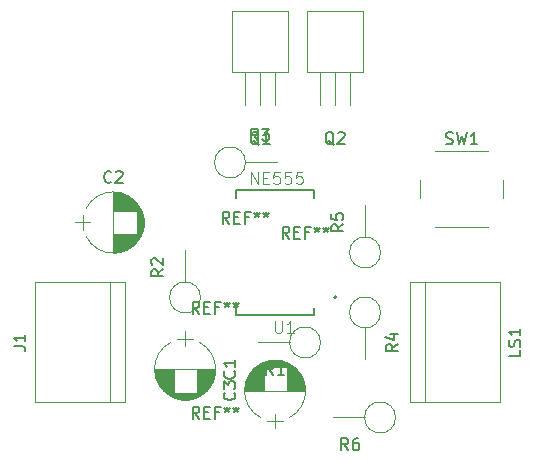
<source format=gto>
G04 #@! TF.GenerationSoftware,KiCad,Pcbnew,(5.1.2)-2*
G04 #@! TF.CreationDate,2019-08-24T11:53:36+07:00*
G04 #@! TF.ProjectId,siren_sound,73697265-6e5f-4736-9f75-6e642e6b6963,rev?*
G04 #@! TF.SameCoordinates,Original*
G04 #@! TF.FileFunction,Legend,Top*
G04 #@! TF.FilePolarity,Positive*
%FSLAX46Y46*%
G04 Gerber Fmt 4.6, Leading zero omitted, Abs format (unit mm)*
G04 Created by KiCad (PCBNEW (5.1.2)-2) date 2019-08-24 11:53:36*
%MOMM*%
%LPD*%
G04 APERTURE LIST*
%ADD10C,0.120000*%
%ADD11C,0.127000*%
%ADD12C,0.200000*%
%ADD13C,0.150000*%
%ADD14C,0.050000*%
G04 APERTURE END LIST*
D10*
X62880000Y-97460000D02*
X61580000Y-97460000D01*
X62230000Y-96860000D02*
X62230000Y-98060000D01*
X62584000Y-102621000D02*
X61876000Y-102621000D01*
X62789000Y-102581000D02*
X61671000Y-102581000D01*
X62937000Y-102541000D02*
X61523000Y-102541000D01*
X63059000Y-102501000D02*
X61401000Y-102501000D01*
X63164000Y-102461000D02*
X61296000Y-102461000D01*
X63258000Y-102421000D02*
X61202000Y-102421000D01*
X63342000Y-102381000D02*
X61118000Y-102381000D01*
X63419000Y-102341000D02*
X61041000Y-102341000D01*
X63491000Y-102301000D02*
X60969000Y-102301000D01*
X63557000Y-102261000D02*
X60903000Y-102261000D01*
X63620000Y-102221000D02*
X60840000Y-102221000D01*
X63678000Y-102181000D02*
X60782000Y-102181000D01*
X63734000Y-102141000D02*
X60726000Y-102141000D01*
X63786000Y-102101000D02*
X60674000Y-102101000D01*
X63836000Y-102061000D02*
X60624000Y-102061000D01*
X61250000Y-102021000D02*
X60576000Y-102021000D01*
X63884000Y-102021000D02*
X63210000Y-102021000D01*
X61250000Y-101981000D02*
X60531000Y-101981000D01*
X63929000Y-101981000D02*
X63210000Y-101981000D01*
X61250000Y-101941000D02*
X60488000Y-101941000D01*
X63972000Y-101941000D02*
X63210000Y-101941000D01*
X61250000Y-101901000D02*
X60447000Y-101901000D01*
X64013000Y-101901000D02*
X63210000Y-101901000D01*
X61250000Y-101861000D02*
X60407000Y-101861000D01*
X64053000Y-101861000D02*
X63210000Y-101861000D01*
X61250000Y-101821000D02*
X60369000Y-101821000D01*
X64091000Y-101821000D02*
X63210000Y-101821000D01*
X61250000Y-101781000D02*
X60333000Y-101781000D01*
X64127000Y-101781000D02*
X63210000Y-101781000D01*
X61250000Y-101741000D02*
X60298000Y-101741000D01*
X64162000Y-101741000D02*
X63210000Y-101741000D01*
X61250000Y-101701000D02*
X60265000Y-101701000D01*
X64195000Y-101701000D02*
X63210000Y-101701000D01*
X61250000Y-101661000D02*
X60233000Y-101661000D01*
X64227000Y-101661000D02*
X63210000Y-101661000D01*
X61250000Y-101621000D02*
X60202000Y-101621000D01*
X64258000Y-101621000D02*
X63210000Y-101621000D01*
X61250000Y-101581000D02*
X60172000Y-101581000D01*
X64288000Y-101581000D02*
X63210000Y-101581000D01*
X61250000Y-101541000D02*
X60144000Y-101541000D01*
X64316000Y-101541000D02*
X63210000Y-101541000D01*
X61250000Y-101501000D02*
X60117000Y-101501000D01*
X64343000Y-101501000D02*
X63210000Y-101501000D01*
X61250000Y-101461000D02*
X60090000Y-101461000D01*
X64370000Y-101461000D02*
X63210000Y-101461000D01*
X61250000Y-101421000D02*
X60065000Y-101421000D01*
X64395000Y-101421000D02*
X63210000Y-101421000D01*
X61250000Y-101381000D02*
X60041000Y-101381000D01*
X64419000Y-101381000D02*
X63210000Y-101381000D01*
X61250000Y-101341000D02*
X60018000Y-101341000D01*
X64442000Y-101341000D02*
X63210000Y-101341000D01*
X61250000Y-101301000D02*
X59996000Y-101301000D01*
X64464000Y-101301000D02*
X63210000Y-101301000D01*
X61250000Y-101261000D02*
X59974000Y-101261000D01*
X64486000Y-101261000D02*
X63210000Y-101261000D01*
X61250000Y-101221000D02*
X59954000Y-101221000D01*
X64506000Y-101221000D02*
X63210000Y-101221000D01*
X61250000Y-101181000D02*
X59934000Y-101181000D01*
X64526000Y-101181000D02*
X63210000Y-101181000D01*
X61250000Y-101141000D02*
X59915000Y-101141000D01*
X64545000Y-101141000D02*
X63210000Y-101141000D01*
X61250000Y-101101000D02*
X59897000Y-101101000D01*
X64563000Y-101101000D02*
X63210000Y-101101000D01*
X61250000Y-101061000D02*
X59880000Y-101061000D01*
X64580000Y-101061000D02*
X63210000Y-101061000D01*
X61250000Y-101021000D02*
X59864000Y-101021000D01*
X64596000Y-101021000D02*
X63210000Y-101021000D01*
X61250000Y-100981000D02*
X59848000Y-100981000D01*
X64612000Y-100981000D02*
X63210000Y-100981000D01*
X61250000Y-100941000D02*
X59834000Y-100941000D01*
X64626000Y-100941000D02*
X63210000Y-100941000D01*
X61250000Y-100901000D02*
X59820000Y-100901000D01*
X64640000Y-100901000D02*
X63210000Y-100901000D01*
X61250000Y-100861000D02*
X59806000Y-100861000D01*
X64654000Y-100861000D02*
X63210000Y-100861000D01*
X61250000Y-100821000D02*
X59794000Y-100821000D01*
X64666000Y-100821000D02*
X63210000Y-100821000D01*
X61250000Y-100781000D02*
X59782000Y-100781000D01*
X64678000Y-100781000D02*
X63210000Y-100781000D01*
X61250000Y-100740000D02*
X59770000Y-100740000D01*
X64690000Y-100740000D02*
X63210000Y-100740000D01*
X61250000Y-100700000D02*
X59760000Y-100700000D01*
X64700000Y-100700000D02*
X63210000Y-100700000D01*
X61250000Y-100660000D02*
X59750000Y-100660000D01*
X64710000Y-100660000D02*
X63210000Y-100660000D01*
X61250000Y-100620000D02*
X59741000Y-100620000D01*
X64719000Y-100620000D02*
X63210000Y-100620000D01*
X61250000Y-100580000D02*
X59732000Y-100580000D01*
X64728000Y-100580000D02*
X63210000Y-100580000D01*
X61250000Y-100540000D02*
X59724000Y-100540000D01*
X64736000Y-100540000D02*
X63210000Y-100540000D01*
X61250000Y-100500000D02*
X59717000Y-100500000D01*
X64743000Y-100500000D02*
X63210000Y-100500000D01*
X61250000Y-100460000D02*
X59711000Y-100460000D01*
X64749000Y-100460000D02*
X63210000Y-100460000D01*
X61250000Y-100420000D02*
X59705000Y-100420000D01*
X64755000Y-100420000D02*
X63210000Y-100420000D01*
X61250000Y-100380000D02*
X59699000Y-100380000D01*
X64761000Y-100380000D02*
X63210000Y-100380000D01*
X61250000Y-100340000D02*
X59695000Y-100340000D01*
X64765000Y-100340000D02*
X63210000Y-100340000D01*
X61250000Y-100300000D02*
X59691000Y-100300000D01*
X64769000Y-100300000D02*
X63210000Y-100300000D01*
X61250000Y-100260000D02*
X59687000Y-100260000D01*
X64773000Y-100260000D02*
X63210000Y-100260000D01*
X61250000Y-100220000D02*
X59684000Y-100220000D01*
X64776000Y-100220000D02*
X63210000Y-100220000D01*
X61250000Y-100180000D02*
X59682000Y-100180000D01*
X64778000Y-100180000D02*
X63210000Y-100180000D01*
X61250000Y-100140000D02*
X59681000Y-100140000D01*
X64779000Y-100140000D02*
X63210000Y-100140000D01*
X61250000Y-100100000D02*
X59680000Y-100100000D01*
X64780000Y-100100000D02*
X63210000Y-100100000D01*
X64780000Y-100060000D02*
X59680000Y-100060000D01*
X61050277Y-102365722D02*
G75*
G03X63410000Y-102365580I1179723J2305722D01*
G01*
X61050277Y-102365722D02*
G75*
G02X61050000Y-97754420I1179723J2305722D01*
G01*
X63409723Y-102365722D02*
G75*
G03X63410000Y-97754420I-1179723J2305722D01*
G01*
X58455722Y-86450277D02*
G75*
G03X53844420Y-86450000I-2305722J-1179723D01*
G01*
X58455722Y-88809723D02*
G75*
G02X53844420Y-88810000I-2305722J1179723D01*
G01*
X58455722Y-88809723D02*
G75*
G03X58455580Y-86450000I-2305722J1179723D01*
G01*
X56150000Y-85080000D02*
X56150000Y-90180000D01*
X56190000Y-85080000D02*
X56190000Y-86650000D01*
X56190000Y-88610000D02*
X56190000Y-90180000D01*
X56230000Y-85081000D02*
X56230000Y-86650000D01*
X56230000Y-88610000D02*
X56230000Y-90179000D01*
X56270000Y-85082000D02*
X56270000Y-86650000D01*
X56270000Y-88610000D02*
X56270000Y-90178000D01*
X56310000Y-85084000D02*
X56310000Y-86650000D01*
X56310000Y-88610000D02*
X56310000Y-90176000D01*
X56350000Y-85087000D02*
X56350000Y-86650000D01*
X56350000Y-88610000D02*
X56350000Y-90173000D01*
X56390000Y-85091000D02*
X56390000Y-86650000D01*
X56390000Y-88610000D02*
X56390000Y-90169000D01*
X56430000Y-85095000D02*
X56430000Y-86650000D01*
X56430000Y-88610000D02*
X56430000Y-90165000D01*
X56470000Y-85099000D02*
X56470000Y-86650000D01*
X56470000Y-88610000D02*
X56470000Y-90161000D01*
X56510000Y-85105000D02*
X56510000Y-86650000D01*
X56510000Y-88610000D02*
X56510000Y-90155000D01*
X56550000Y-85111000D02*
X56550000Y-86650000D01*
X56550000Y-88610000D02*
X56550000Y-90149000D01*
X56590000Y-85117000D02*
X56590000Y-86650000D01*
X56590000Y-88610000D02*
X56590000Y-90143000D01*
X56630000Y-85124000D02*
X56630000Y-86650000D01*
X56630000Y-88610000D02*
X56630000Y-90136000D01*
X56670000Y-85132000D02*
X56670000Y-86650000D01*
X56670000Y-88610000D02*
X56670000Y-90128000D01*
X56710000Y-85141000D02*
X56710000Y-86650000D01*
X56710000Y-88610000D02*
X56710000Y-90119000D01*
X56750000Y-85150000D02*
X56750000Y-86650000D01*
X56750000Y-88610000D02*
X56750000Y-90110000D01*
X56790000Y-85160000D02*
X56790000Y-86650000D01*
X56790000Y-88610000D02*
X56790000Y-90100000D01*
X56830000Y-85170000D02*
X56830000Y-86650000D01*
X56830000Y-88610000D02*
X56830000Y-90090000D01*
X56871000Y-85182000D02*
X56871000Y-86650000D01*
X56871000Y-88610000D02*
X56871000Y-90078000D01*
X56911000Y-85194000D02*
X56911000Y-86650000D01*
X56911000Y-88610000D02*
X56911000Y-90066000D01*
X56951000Y-85206000D02*
X56951000Y-86650000D01*
X56951000Y-88610000D02*
X56951000Y-90054000D01*
X56991000Y-85220000D02*
X56991000Y-86650000D01*
X56991000Y-88610000D02*
X56991000Y-90040000D01*
X57031000Y-85234000D02*
X57031000Y-86650000D01*
X57031000Y-88610000D02*
X57031000Y-90026000D01*
X57071000Y-85248000D02*
X57071000Y-86650000D01*
X57071000Y-88610000D02*
X57071000Y-90012000D01*
X57111000Y-85264000D02*
X57111000Y-86650000D01*
X57111000Y-88610000D02*
X57111000Y-89996000D01*
X57151000Y-85280000D02*
X57151000Y-86650000D01*
X57151000Y-88610000D02*
X57151000Y-89980000D01*
X57191000Y-85297000D02*
X57191000Y-86650000D01*
X57191000Y-88610000D02*
X57191000Y-89963000D01*
X57231000Y-85315000D02*
X57231000Y-86650000D01*
X57231000Y-88610000D02*
X57231000Y-89945000D01*
X57271000Y-85334000D02*
X57271000Y-86650000D01*
X57271000Y-88610000D02*
X57271000Y-89926000D01*
X57311000Y-85354000D02*
X57311000Y-86650000D01*
X57311000Y-88610000D02*
X57311000Y-89906000D01*
X57351000Y-85374000D02*
X57351000Y-86650000D01*
X57351000Y-88610000D02*
X57351000Y-89886000D01*
X57391000Y-85396000D02*
X57391000Y-86650000D01*
X57391000Y-88610000D02*
X57391000Y-89864000D01*
X57431000Y-85418000D02*
X57431000Y-86650000D01*
X57431000Y-88610000D02*
X57431000Y-89842000D01*
X57471000Y-85441000D02*
X57471000Y-86650000D01*
X57471000Y-88610000D02*
X57471000Y-89819000D01*
X57511000Y-85465000D02*
X57511000Y-86650000D01*
X57511000Y-88610000D02*
X57511000Y-89795000D01*
X57551000Y-85490000D02*
X57551000Y-86650000D01*
X57551000Y-88610000D02*
X57551000Y-89770000D01*
X57591000Y-85517000D02*
X57591000Y-86650000D01*
X57591000Y-88610000D02*
X57591000Y-89743000D01*
X57631000Y-85544000D02*
X57631000Y-86650000D01*
X57631000Y-88610000D02*
X57631000Y-89716000D01*
X57671000Y-85572000D02*
X57671000Y-86650000D01*
X57671000Y-88610000D02*
X57671000Y-89688000D01*
X57711000Y-85602000D02*
X57711000Y-86650000D01*
X57711000Y-88610000D02*
X57711000Y-89658000D01*
X57751000Y-85633000D02*
X57751000Y-86650000D01*
X57751000Y-88610000D02*
X57751000Y-89627000D01*
X57791000Y-85665000D02*
X57791000Y-86650000D01*
X57791000Y-88610000D02*
X57791000Y-89595000D01*
X57831000Y-85698000D02*
X57831000Y-86650000D01*
X57831000Y-88610000D02*
X57831000Y-89562000D01*
X57871000Y-85733000D02*
X57871000Y-86650000D01*
X57871000Y-88610000D02*
X57871000Y-89527000D01*
X57911000Y-85769000D02*
X57911000Y-86650000D01*
X57911000Y-88610000D02*
X57911000Y-89491000D01*
X57951000Y-85807000D02*
X57951000Y-86650000D01*
X57951000Y-88610000D02*
X57951000Y-89453000D01*
X57991000Y-85847000D02*
X57991000Y-86650000D01*
X57991000Y-88610000D02*
X57991000Y-89413000D01*
X58031000Y-85888000D02*
X58031000Y-86650000D01*
X58031000Y-88610000D02*
X58031000Y-89372000D01*
X58071000Y-85931000D02*
X58071000Y-86650000D01*
X58071000Y-88610000D02*
X58071000Y-89329000D01*
X58111000Y-85976000D02*
X58111000Y-86650000D01*
X58111000Y-88610000D02*
X58111000Y-89284000D01*
X58151000Y-86024000D02*
X58151000Y-89236000D01*
X58191000Y-86074000D02*
X58191000Y-89186000D01*
X58231000Y-86126000D02*
X58231000Y-89134000D01*
X58271000Y-86182000D02*
X58271000Y-89078000D01*
X58311000Y-86240000D02*
X58311000Y-89020000D01*
X58351000Y-86303000D02*
X58351000Y-88957000D01*
X58391000Y-86369000D02*
X58391000Y-88891000D01*
X58431000Y-86441000D02*
X58431000Y-88819000D01*
X58471000Y-86518000D02*
X58471000Y-88742000D01*
X58511000Y-86602000D02*
X58511000Y-88658000D01*
X58551000Y-86696000D02*
X58551000Y-88564000D01*
X58591000Y-86801000D02*
X58591000Y-88459000D01*
X58631000Y-86923000D02*
X58631000Y-88337000D01*
X58671000Y-87071000D02*
X58671000Y-88189000D01*
X58711000Y-87276000D02*
X58711000Y-87984000D01*
X52950000Y-87630000D02*
X54150000Y-87630000D01*
X53550000Y-86980000D02*
X53550000Y-88280000D01*
X69200000Y-104470000D02*
X70500000Y-104470000D01*
X69850000Y-105070000D02*
X69850000Y-103870000D01*
X69496000Y-99309000D02*
X70204000Y-99309000D01*
X69291000Y-99349000D02*
X70409000Y-99349000D01*
X69143000Y-99389000D02*
X70557000Y-99389000D01*
X69021000Y-99429000D02*
X70679000Y-99429000D01*
X68916000Y-99469000D02*
X70784000Y-99469000D01*
X68822000Y-99509000D02*
X70878000Y-99509000D01*
X68738000Y-99549000D02*
X70962000Y-99549000D01*
X68661000Y-99589000D02*
X71039000Y-99589000D01*
X68589000Y-99629000D02*
X71111000Y-99629000D01*
X68523000Y-99669000D02*
X71177000Y-99669000D01*
X68460000Y-99709000D02*
X71240000Y-99709000D01*
X68402000Y-99749000D02*
X71298000Y-99749000D01*
X68346000Y-99789000D02*
X71354000Y-99789000D01*
X68294000Y-99829000D02*
X71406000Y-99829000D01*
X68244000Y-99869000D02*
X71456000Y-99869000D01*
X70830000Y-99909000D02*
X71504000Y-99909000D01*
X68196000Y-99909000D02*
X68870000Y-99909000D01*
X70830000Y-99949000D02*
X71549000Y-99949000D01*
X68151000Y-99949000D02*
X68870000Y-99949000D01*
X70830000Y-99989000D02*
X71592000Y-99989000D01*
X68108000Y-99989000D02*
X68870000Y-99989000D01*
X70830000Y-100029000D02*
X71633000Y-100029000D01*
X68067000Y-100029000D02*
X68870000Y-100029000D01*
X70830000Y-100069000D02*
X71673000Y-100069000D01*
X68027000Y-100069000D02*
X68870000Y-100069000D01*
X70830000Y-100109000D02*
X71711000Y-100109000D01*
X67989000Y-100109000D02*
X68870000Y-100109000D01*
X70830000Y-100149000D02*
X71747000Y-100149000D01*
X67953000Y-100149000D02*
X68870000Y-100149000D01*
X70830000Y-100189000D02*
X71782000Y-100189000D01*
X67918000Y-100189000D02*
X68870000Y-100189000D01*
X70830000Y-100229000D02*
X71815000Y-100229000D01*
X67885000Y-100229000D02*
X68870000Y-100229000D01*
X70830000Y-100269000D02*
X71847000Y-100269000D01*
X67853000Y-100269000D02*
X68870000Y-100269000D01*
X70830000Y-100309000D02*
X71878000Y-100309000D01*
X67822000Y-100309000D02*
X68870000Y-100309000D01*
X70830000Y-100349000D02*
X71908000Y-100349000D01*
X67792000Y-100349000D02*
X68870000Y-100349000D01*
X70830000Y-100389000D02*
X71936000Y-100389000D01*
X67764000Y-100389000D02*
X68870000Y-100389000D01*
X70830000Y-100429000D02*
X71963000Y-100429000D01*
X67737000Y-100429000D02*
X68870000Y-100429000D01*
X70830000Y-100469000D02*
X71990000Y-100469000D01*
X67710000Y-100469000D02*
X68870000Y-100469000D01*
X70830000Y-100509000D02*
X72015000Y-100509000D01*
X67685000Y-100509000D02*
X68870000Y-100509000D01*
X70830000Y-100549000D02*
X72039000Y-100549000D01*
X67661000Y-100549000D02*
X68870000Y-100549000D01*
X70830000Y-100589000D02*
X72062000Y-100589000D01*
X67638000Y-100589000D02*
X68870000Y-100589000D01*
X70830000Y-100629000D02*
X72084000Y-100629000D01*
X67616000Y-100629000D02*
X68870000Y-100629000D01*
X70830000Y-100669000D02*
X72106000Y-100669000D01*
X67594000Y-100669000D02*
X68870000Y-100669000D01*
X70830000Y-100709000D02*
X72126000Y-100709000D01*
X67574000Y-100709000D02*
X68870000Y-100709000D01*
X70830000Y-100749000D02*
X72146000Y-100749000D01*
X67554000Y-100749000D02*
X68870000Y-100749000D01*
X70830000Y-100789000D02*
X72165000Y-100789000D01*
X67535000Y-100789000D02*
X68870000Y-100789000D01*
X70830000Y-100829000D02*
X72183000Y-100829000D01*
X67517000Y-100829000D02*
X68870000Y-100829000D01*
X70830000Y-100869000D02*
X72200000Y-100869000D01*
X67500000Y-100869000D02*
X68870000Y-100869000D01*
X70830000Y-100909000D02*
X72216000Y-100909000D01*
X67484000Y-100909000D02*
X68870000Y-100909000D01*
X70830000Y-100949000D02*
X72232000Y-100949000D01*
X67468000Y-100949000D02*
X68870000Y-100949000D01*
X70830000Y-100989000D02*
X72246000Y-100989000D01*
X67454000Y-100989000D02*
X68870000Y-100989000D01*
X70830000Y-101029000D02*
X72260000Y-101029000D01*
X67440000Y-101029000D02*
X68870000Y-101029000D01*
X70830000Y-101069000D02*
X72274000Y-101069000D01*
X67426000Y-101069000D02*
X68870000Y-101069000D01*
X70830000Y-101109000D02*
X72286000Y-101109000D01*
X67414000Y-101109000D02*
X68870000Y-101109000D01*
X70830000Y-101149000D02*
X72298000Y-101149000D01*
X67402000Y-101149000D02*
X68870000Y-101149000D01*
X70830000Y-101190000D02*
X72310000Y-101190000D01*
X67390000Y-101190000D02*
X68870000Y-101190000D01*
X70830000Y-101230000D02*
X72320000Y-101230000D01*
X67380000Y-101230000D02*
X68870000Y-101230000D01*
X70830000Y-101270000D02*
X72330000Y-101270000D01*
X67370000Y-101270000D02*
X68870000Y-101270000D01*
X70830000Y-101310000D02*
X72339000Y-101310000D01*
X67361000Y-101310000D02*
X68870000Y-101310000D01*
X70830000Y-101350000D02*
X72348000Y-101350000D01*
X67352000Y-101350000D02*
X68870000Y-101350000D01*
X70830000Y-101390000D02*
X72356000Y-101390000D01*
X67344000Y-101390000D02*
X68870000Y-101390000D01*
X70830000Y-101430000D02*
X72363000Y-101430000D01*
X67337000Y-101430000D02*
X68870000Y-101430000D01*
X70830000Y-101470000D02*
X72369000Y-101470000D01*
X67331000Y-101470000D02*
X68870000Y-101470000D01*
X70830000Y-101510000D02*
X72375000Y-101510000D01*
X67325000Y-101510000D02*
X68870000Y-101510000D01*
X70830000Y-101550000D02*
X72381000Y-101550000D01*
X67319000Y-101550000D02*
X68870000Y-101550000D01*
X70830000Y-101590000D02*
X72385000Y-101590000D01*
X67315000Y-101590000D02*
X68870000Y-101590000D01*
X70830000Y-101630000D02*
X72389000Y-101630000D01*
X67311000Y-101630000D02*
X68870000Y-101630000D01*
X70830000Y-101670000D02*
X72393000Y-101670000D01*
X67307000Y-101670000D02*
X68870000Y-101670000D01*
X70830000Y-101710000D02*
X72396000Y-101710000D01*
X67304000Y-101710000D02*
X68870000Y-101710000D01*
X70830000Y-101750000D02*
X72398000Y-101750000D01*
X67302000Y-101750000D02*
X68870000Y-101750000D01*
X70830000Y-101790000D02*
X72399000Y-101790000D01*
X67301000Y-101790000D02*
X68870000Y-101790000D01*
X70830000Y-101830000D02*
X72400000Y-101830000D01*
X67300000Y-101830000D02*
X68870000Y-101830000D01*
X67300000Y-101870000D02*
X72400000Y-101870000D01*
X71029723Y-99564278D02*
G75*
G03X68670000Y-99564420I-1179723J-2305722D01*
G01*
X71029723Y-99564278D02*
G75*
G02X71030000Y-104175580I-1179723J-2305722D01*
G01*
X68670277Y-99564278D02*
G75*
G03X68670000Y-104175580I1179723J-2305722D01*
G01*
X55880000Y-92710000D02*
X55880000Y-102870000D01*
X57150000Y-92710000D02*
X49530000Y-92710000D01*
X49530000Y-92710000D02*
X49530000Y-102870000D01*
X49530000Y-102870000D02*
X57150000Y-102870000D01*
X57150000Y-102870000D02*
X57150000Y-92710000D01*
X81280000Y-92710000D02*
X81280000Y-102870000D01*
X88900000Y-92710000D02*
X81280000Y-92710000D01*
X88900000Y-102870000D02*
X88900000Y-92710000D01*
X81280000Y-102870000D02*
X88900000Y-102870000D01*
X82550000Y-102870000D02*
X82550000Y-92710000D01*
X67310000Y-77720000D02*
X67310000Y-74930000D01*
X68580000Y-77720000D02*
X68580000Y-74930000D01*
X69850000Y-77720000D02*
X69850000Y-74930000D01*
X66180000Y-74930000D02*
X70980000Y-74930000D01*
X70980000Y-74930000D02*
X70980000Y-69740000D01*
X70980000Y-69740000D02*
X66180000Y-69740000D01*
X66180000Y-69740000D02*
X66180000Y-74930000D01*
X72530000Y-69740000D02*
X72530000Y-74930000D01*
X77330000Y-69740000D02*
X72530000Y-69740000D01*
X77330000Y-74930000D02*
X77330000Y-69740000D01*
X72530000Y-74930000D02*
X77330000Y-74930000D01*
X76200000Y-77720000D02*
X76200000Y-74930000D01*
X74930000Y-77720000D02*
X74930000Y-74930000D01*
X73660000Y-77720000D02*
X73660000Y-74930000D01*
X73700000Y-97790000D02*
G75*
G03X73700000Y-97790000I-1310000J0D01*
G01*
X71080000Y-97790000D02*
X68410000Y-97790000D01*
X62230000Y-92670000D02*
X62230000Y-90000000D01*
X63540000Y-93980000D02*
G75*
G03X63540000Y-93980000I-1310000J0D01*
G01*
X67350000Y-82550000D02*
G75*
G03X67350000Y-82550000I-1310000J0D01*
G01*
X67350000Y-82550000D02*
X70020000Y-82550000D01*
X77470000Y-96560000D02*
X77470000Y-99230000D01*
X78780000Y-95250000D02*
G75*
G03X78780000Y-95250000I-1310000J0D01*
G01*
X77470000Y-88860000D02*
X77470000Y-86190000D01*
X78780000Y-90170000D02*
G75*
G03X78780000Y-90170000I-1310000J0D01*
G01*
X80050000Y-104140000D02*
G75*
G03X80050000Y-104140000I-1310000J0D01*
G01*
X77430000Y-104140000D02*
X74760000Y-104140000D01*
X89145001Y-85550000D02*
X89145001Y-84050000D01*
X87895001Y-81550000D02*
X83395001Y-81550000D01*
X82145001Y-84050000D02*
X82145001Y-85550000D01*
X83395001Y-88050000D02*
X87895001Y-88050000D01*
D11*
X66550000Y-94670000D02*
X66550000Y-95470000D01*
X66550000Y-95470000D02*
X73150000Y-95470000D01*
X73150000Y-95470000D02*
X73150000Y-94870000D01*
X73150000Y-85570000D02*
X73150000Y-84870000D01*
X73150000Y-84870000D02*
X66550000Y-84870000D01*
X66550000Y-84870000D02*
X66550000Y-85570000D01*
D12*
X75050000Y-93970000D02*
G75*
G03X75050000Y-93970000I-100000J0D01*
G01*
D13*
X65976666Y-87722380D02*
X65643333Y-87246190D01*
X65405238Y-87722380D02*
X65405238Y-86722380D01*
X65786190Y-86722380D01*
X65881428Y-86770000D01*
X65929047Y-86817619D01*
X65976666Y-86912857D01*
X65976666Y-87055714D01*
X65929047Y-87150952D01*
X65881428Y-87198571D01*
X65786190Y-87246190D01*
X65405238Y-87246190D01*
X66405238Y-87198571D02*
X66738571Y-87198571D01*
X66881428Y-87722380D02*
X66405238Y-87722380D01*
X66405238Y-86722380D01*
X66881428Y-86722380D01*
X67643333Y-87198571D02*
X67310000Y-87198571D01*
X67310000Y-87722380D02*
X67310000Y-86722380D01*
X67786190Y-86722380D01*
X68310000Y-86722380D02*
X68310000Y-86960476D01*
X68071904Y-86865238D02*
X68310000Y-86960476D01*
X68548095Y-86865238D01*
X68167142Y-87150952D02*
X68310000Y-86960476D01*
X68452857Y-87150952D01*
X69071904Y-86722380D02*
X69071904Y-86960476D01*
X68833809Y-86865238D02*
X69071904Y-86960476D01*
X69310000Y-86865238D01*
X68929047Y-87150952D02*
X69071904Y-86960476D01*
X69214761Y-87150952D01*
X71056666Y-88992380D02*
X70723333Y-88516190D01*
X70485238Y-88992380D02*
X70485238Y-87992380D01*
X70866190Y-87992380D01*
X70961428Y-88040000D01*
X71009047Y-88087619D01*
X71056666Y-88182857D01*
X71056666Y-88325714D01*
X71009047Y-88420952D01*
X70961428Y-88468571D01*
X70866190Y-88516190D01*
X70485238Y-88516190D01*
X71485238Y-88468571D02*
X71818571Y-88468571D01*
X71961428Y-88992380D02*
X71485238Y-88992380D01*
X71485238Y-87992380D01*
X71961428Y-87992380D01*
X72723333Y-88468571D02*
X72390000Y-88468571D01*
X72390000Y-88992380D02*
X72390000Y-87992380D01*
X72866190Y-87992380D01*
X73390000Y-87992380D02*
X73390000Y-88230476D01*
X73151904Y-88135238D02*
X73390000Y-88230476D01*
X73628095Y-88135238D01*
X73247142Y-88420952D02*
X73390000Y-88230476D01*
X73532857Y-88420952D01*
X74151904Y-87992380D02*
X74151904Y-88230476D01*
X73913809Y-88135238D02*
X74151904Y-88230476D01*
X74390000Y-88135238D01*
X74009047Y-88420952D02*
X74151904Y-88230476D01*
X74294761Y-88420952D01*
X63436666Y-95342380D02*
X63103333Y-94866190D01*
X62865238Y-95342380D02*
X62865238Y-94342380D01*
X63246190Y-94342380D01*
X63341428Y-94390000D01*
X63389047Y-94437619D01*
X63436666Y-94532857D01*
X63436666Y-94675714D01*
X63389047Y-94770952D01*
X63341428Y-94818571D01*
X63246190Y-94866190D01*
X62865238Y-94866190D01*
X63865238Y-94818571D02*
X64198571Y-94818571D01*
X64341428Y-95342380D02*
X63865238Y-95342380D01*
X63865238Y-94342380D01*
X64341428Y-94342380D01*
X65103333Y-94818571D02*
X64770000Y-94818571D01*
X64770000Y-95342380D02*
X64770000Y-94342380D01*
X65246190Y-94342380D01*
X65770000Y-94342380D02*
X65770000Y-94580476D01*
X65531904Y-94485238D02*
X65770000Y-94580476D01*
X66008095Y-94485238D01*
X65627142Y-94770952D02*
X65770000Y-94580476D01*
X65912857Y-94770952D01*
X66531904Y-94342380D02*
X66531904Y-94580476D01*
X66293809Y-94485238D02*
X66531904Y-94580476D01*
X66770000Y-94485238D01*
X66389047Y-94770952D02*
X66531904Y-94580476D01*
X66674761Y-94770952D01*
X63436666Y-104232380D02*
X63103333Y-103756190D01*
X62865238Y-104232380D02*
X62865238Y-103232380D01*
X63246190Y-103232380D01*
X63341428Y-103280000D01*
X63389047Y-103327619D01*
X63436666Y-103422857D01*
X63436666Y-103565714D01*
X63389047Y-103660952D01*
X63341428Y-103708571D01*
X63246190Y-103756190D01*
X62865238Y-103756190D01*
X63865238Y-103708571D02*
X64198571Y-103708571D01*
X64341428Y-104232380D02*
X63865238Y-104232380D01*
X63865238Y-103232380D01*
X64341428Y-103232380D01*
X65103333Y-103708571D02*
X64770000Y-103708571D01*
X64770000Y-104232380D02*
X64770000Y-103232380D01*
X65246190Y-103232380D01*
X65770000Y-103232380D02*
X65770000Y-103470476D01*
X65531904Y-103375238D02*
X65770000Y-103470476D01*
X66008095Y-103375238D01*
X65627142Y-103660952D02*
X65770000Y-103470476D01*
X65912857Y-103660952D01*
X66531904Y-103232380D02*
X66531904Y-103470476D01*
X66293809Y-103375238D02*
X66531904Y-103470476D01*
X66770000Y-103375238D01*
X66389047Y-103660952D02*
X66531904Y-103470476D01*
X66674761Y-103660952D01*
X66397142Y-100226666D02*
X66444761Y-100274285D01*
X66492380Y-100417142D01*
X66492380Y-100512380D01*
X66444761Y-100655238D01*
X66349523Y-100750476D01*
X66254285Y-100798095D01*
X66063809Y-100845714D01*
X65920952Y-100845714D01*
X65730476Y-100798095D01*
X65635238Y-100750476D01*
X65540000Y-100655238D01*
X65492380Y-100512380D01*
X65492380Y-100417142D01*
X65540000Y-100274285D01*
X65587619Y-100226666D01*
X66492380Y-99274285D02*
X66492380Y-99845714D01*
X66492380Y-99560000D02*
X65492380Y-99560000D01*
X65635238Y-99655238D01*
X65730476Y-99750476D01*
X65778095Y-99845714D01*
X55983333Y-84177142D02*
X55935714Y-84224761D01*
X55792857Y-84272380D01*
X55697619Y-84272380D01*
X55554761Y-84224761D01*
X55459523Y-84129523D01*
X55411904Y-84034285D01*
X55364285Y-83843809D01*
X55364285Y-83700952D01*
X55411904Y-83510476D01*
X55459523Y-83415238D01*
X55554761Y-83320000D01*
X55697619Y-83272380D01*
X55792857Y-83272380D01*
X55935714Y-83320000D01*
X55983333Y-83367619D01*
X56364285Y-83367619D02*
X56411904Y-83320000D01*
X56507142Y-83272380D01*
X56745238Y-83272380D01*
X56840476Y-83320000D01*
X56888095Y-83367619D01*
X56935714Y-83462857D01*
X56935714Y-83558095D01*
X56888095Y-83700952D01*
X56316666Y-84272380D01*
X56935714Y-84272380D01*
X66397142Y-102036666D02*
X66444761Y-102084285D01*
X66492380Y-102227142D01*
X66492380Y-102322380D01*
X66444761Y-102465238D01*
X66349523Y-102560476D01*
X66254285Y-102608095D01*
X66063809Y-102655714D01*
X65920952Y-102655714D01*
X65730476Y-102608095D01*
X65635238Y-102560476D01*
X65540000Y-102465238D01*
X65492380Y-102322380D01*
X65492380Y-102227142D01*
X65540000Y-102084285D01*
X65587619Y-102036666D01*
X65492380Y-101703333D02*
X65492380Y-101084285D01*
X65873333Y-101417619D01*
X65873333Y-101274761D01*
X65920952Y-101179523D01*
X65968571Y-101131904D01*
X66063809Y-101084285D01*
X66301904Y-101084285D01*
X66397142Y-101131904D01*
X66444761Y-101179523D01*
X66492380Y-101274761D01*
X66492380Y-101560476D01*
X66444761Y-101655714D01*
X66397142Y-101703333D01*
X47712380Y-98123333D02*
X48426666Y-98123333D01*
X48569523Y-98170952D01*
X48664761Y-98266190D01*
X48712380Y-98409047D01*
X48712380Y-98504285D01*
X48712380Y-97123333D02*
X48712380Y-97694761D01*
X48712380Y-97409047D02*
X47712380Y-97409047D01*
X47855238Y-97504285D01*
X47950476Y-97599523D01*
X47998095Y-97694761D01*
X90622380Y-98432857D02*
X90622380Y-98909047D01*
X89622380Y-98909047D01*
X90574761Y-98147142D02*
X90622380Y-98004285D01*
X90622380Y-97766190D01*
X90574761Y-97670952D01*
X90527142Y-97623333D01*
X90431904Y-97575714D01*
X90336666Y-97575714D01*
X90241428Y-97623333D01*
X90193809Y-97670952D01*
X90146190Y-97766190D01*
X90098571Y-97956666D01*
X90050952Y-98051904D01*
X90003333Y-98099523D01*
X89908095Y-98147142D01*
X89812857Y-98147142D01*
X89717619Y-98099523D01*
X89670000Y-98051904D01*
X89622380Y-97956666D01*
X89622380Y-97718571D01*
X89670000Y-97575714D01*
X90622380Y-96623333D02*
X90622380Y-97194761D01*
X90622380Y-96909047D02*
X89622380Y-96909047D01*
X89765238Y-97004285D01*
X89860476Y-97099523D01*
X89908095Y-97194761D01*
X68484761Y-81067619D02*
X68389523Y-81020000D01*
X68294285Y-80924761D01*
X68151428Y-80781904D01*
X68056190Y-80734285D01*
X67960952Y-80734285D01*
X68008571Y-80972380D02*
X67913333Y-80924761D01*
X67818095Y-80829523D01*
X67770476Y-80639047D01*
X67770476Y-80305714D01*
X67818095Y-80115238D01*
X67913333Y-80020000D01*
X68008571Y-79972380D01*
X68199047Y-79972380D01*
X68294285Y-80020000D01*
X68389523Y-80115238D01*
X68437142Y-80305714D01*
X68437142Y-80639047D01*
X68389523Y-80829523D01*
X68294285Y-80924761D01*
X68199047Y-80972380D01*
X68008571Y-80972380D01*
X69389523Y-80972380D02*
X68818095Y-80972380D01*
X69103809Y-80972380D02*
X69103809Y-79972380D01*
X69008571Y-80115238D01*
X68913333Y-80210476D01*
X68818095Y-80258095D01*
X74834761Y-81067619D02*
X74739523Y-81020000D01*
X74644285Y-80924761D01*
X74501428Y-80781904D01*
X74406190Y-80734285D01*
X74310952Y-80734285D01*
X74358571Y-80972380D02*
X74263333Y-80924761D01*
X74168095Y-80829523D01*
X74120476Y-80639047D01*
X74120476Y-80305714D01*
X74168095Y-80115238D01*
X74263333Y-80020000D01*
X74358571Y-79972380D01*
X74549047Y-79972380D01*
X74644285Y-80020000D01*
X74739523Y-80115238D01*
X74787142Y-80305714D01*
X74787142Y-80639047D01*
X74739523Y-80829523D01*
X74644285Y-80924761D01*
X74549047Y-80972380D01*
X74358571Y-80972380D01*
X75168095Y-80067619D02*
X75215714Y-80020000D01*
X75310952Y-79972380D01*
X75549047Y-79972380D01*
X75644285Y-80020000D01*
X75691904Y-80067619D01*
X75739523Y-80162857D01*
X75739523Y-80258095D01*
X75691904Y-80400952D01*
X75120476Y-80972380D01*
X75739523Y-80972380D01*
X69683333Y-100552380D02*
X69350000Y-100076190D01*
X69111904Y-100552380D02*
X69111904Y-99552380D01*
X69492857Y-99552380D01*
X69588095Y-99600000D01*
X69635714Y-99647619D01*
X69683333Y-99742857D01*
X69683333Y-99885714D01*
X69635714Y-99980952D01*
X69588095Y-100028571D01*
X69492857Y-100076190D01*
X69111904Y-100076190D01*
X70635714Y-100552380D02*
X70064285Y-100552380D01*
X70350000Y-100552380D02*
X70350000Y-99552380D01*
X70254761Y-99695238D01*
X70159523Y-99790476D01*
X70064285Y-99838095D01*
X60372380Y-91606666D02*
X59896190Y-91940000D01*
X60372380Y-92178095D02*
X59372380Y-92178095D01*
X59372380Y-91797142D01*
X59420000Y-91701904D01*
X59467619Y-91654285D01*
X59562857Y-91606666D01*
X59705714Y-91606666D01*
X59800952Y-91654285D01*
X59848571Y-91701904D01*
X59896190Y-91797142D01*
X59896190Y-92178095D01*
X59467619Y-91225714D02*
X59420000Y-91178095D01*
X59372380Y-91082857D01*
X59372380Y-90844761D01*
X59420000Y-90749523D01*
X59467619Y-90701904D01*
X59562857Y-90654285D01*
X59658095Y-90654285D01*
X59800952Y-90701904D01*
X60372380Y-91273333D01*
X60372380Y-90654285D01*
X68413333Y-80692380D02*
X68080000Y-80216190D01*
X67841904Y-80692380D02*
X67841904Y-79692380D01*
X68222857Y-79692380D01*
X68318095Y-79740000D01*
X68365714Y-79787619D01*
X68413333Y-79882857D01*
X68413333Y-80025714D01*
X68365714Y-80120952D01*
X68318095Y-80168571D01*
X68222857Y-80216190D01*
X67841904Y-80216190D01*
X68746666Y-79692380D02*
X69365714Y-79692380D01*
X69032380Y-80073333D01*
X69175238Y-80073333D01*
X69270476Y-80120952D01*
X69318095Y-80168571D01*
X69365714Y-80263809D01*
X69365714Y-80501904D01*
X69318095Y-80597142D01*
X69270476Y-80644761D01*
X69175238Y-80692380D01*
X68889523Y-80692380D01*
X68794285Y-80644761D01*
X68746666Y-80597142D01*
X80232380Y-97956666D02*
X79756190Y-98290000D01*
X80232380Y-98528095D02*
X79232380Y-98528095D01*
X79232380Y-98147142D01*
X79280000Y-98051904D01*
X79327619Y-98004285D01*
X79422857Y-97956666D01*
X79565714Y-97956666D01*
X79660952Y-98004285D01*
X79708571Y-98051904D01*
X79756190Y-98147142D01*
X79756190Y-98528095D01*
X79565714Y-97099523D02*
X80232380Y-97099523D01*
X79184761Y-97337619D02*
X79899047Y-97575714D01*
X79899047Y-96956666D01*
X75612380Y-87796666D02*
X75136190Y-88130000D01*
X75612380Y-88368095D02*
X74612380Y-88368095D01*
X74612380Y-87987142D01*
X74660000Y-87891904D01*
X74707619Y-87844285D01*
X74802857Y-87796666D01*
X74945714Y-87796666D01*
X75040952Y-87844285D01*
X75088571Y-87891904D01*
X75136190Y-87987142D01*
X75136190Y-88368095D01*
X74612380Y-86891904D02*
X74612380Y-87368095D01*
X75088571Y-87415714D01*
X75040952Y-87368095D01*
X74993333Y-87272857D01*
X74993333Y-87034761D01*
X75040952Y-86939523D01*
X75088571Y-86891904D01*
X75183809Y-86844285D01*
X75421904Y-86844285D01*
X75517142Y-86891904D01*
X75564761Y-86939523D01*
X75612380Y-87034761D01*
X75612380Y-87272857D01*
X75564761Y-87368095D01*
X75517142Y-87415714D01*
X76033333Y-106902380D02*
X75700000Y-106426190D01*
X75461904Y-106902380D02*
X75461904Y-105902380D01*
X75842857Y-105902380D01*
X75938095Y-105950000D01*
X75985714Y-105997619D01*
X76033333Y-106092857D01*
X76033333Y-106235714D01*
X75985714Y-106330952D01*
X75938095Y-106378571D01*
X75842857Y-106426190D01*
X75461904Y-106426190D01*
X76890476Y-105902380D02*
X76700000Y-105902380D01*
X76604761Y-105950000D01*
X76557142Y-105997619D01*
X76461904Y-106140476D01*
X76414285Y-106330952D01*
X76414285Y-106711904D01*
X76461904Y-106807142D01*
X76509523Y-106854761D01*
X76604761Y-106902380D01*
X76795238Y-106902380D01*
X76890476Y-106854761D01*
X76938095Y-106807142D01*
X76985714Y-106711904D01*
X76985714Y-106473809D01*
X76938095Y-106378571D01*
X76890476Y-106330952D01*
X76795238Y-106283333D01*
X76604761Y-106283333D01*
X76509523Y-106330952D01*
X76461904Y-106378571D01*
X76414285Y-106473809D01*
X84311667Y-80954761D02*
X84454524Y-81002380D01*
X84692620Y-81002380D01*
X84787858Y-80954761D01*
X84835477Y-80907142D01*
X84883096Y-80811904D01*
X84883096Y-80716666D01*
X84835477Y-80621428D01*
X84787858Y-80573809D01*
X84692620Y-80526190D01*
X84502143Y-80478571D01*
X84406905Y-80430952D01*
X84359286Y-80383333D01*
X84311667Y-80288095D01*
X84311667Y-80192857D01*
X84359286Y-80097619D01*
X84406905Y-80050000D01*
X84502143Y-80002380D01*
X84740239Y-80002380D01*
X84883096Y-80050000D01*
X85216429Y-80002380D02*
X85454524Y-81002380D01*
X85645001Y-80288095D01*
X85835477Y-81002380D01*
X86073572Y-80002380D01*
X86978334Y-81002380D02*
X86406905Y-81002380D01*
X86692620Y-81002380D02*
X86692620Y-80002380D01*
X86597381Y-80145238D01*
X86502143Y-80240476D01*
X86406905Y-80288095D01*
D14*
X69848083Y-95967755D02*
X69848083Y-96778736D01*
X69895788Y-96874145D01*
X69943493Y-96921850D01*
X70038902Y-96969555D01*
X70229721Y-96969555D01*
X70325131Y-96921850D01*
X70372836Y-96874145D01*
X70420540Y-96778736D01*
X70420540Y-95967755D01*
X71422340Y-96969555D02*
X70849883Y-96969555D01*
X71136112Y-96969555D02*
X71136112Y-95967755D01*
X71040702Y-96110869D01*
X70945293Y-96206279D01*
X70849883Y-96253983D01*
X67806438Y-84351971D02*
X67806438Y-83351041D01*
X68378398Y-84351971D01*
X68378398Y-83351041D01*
X68855031Y-83827675D02*
X69188675Y-83827675D01*
X69331665Y-84351971D02*
X68855031Y-84351971D01*
X68855031Y-83351041D01*
X69331665Y-83351041D01*
X70237268Y-83351041D02*
X69760635Y-83351041D01*
X69712971Y-83827675D01*
X69760635Y-83780011D01*
X69855961Y-83732348D01*
X70094278Y-83732348D01*
X70189605Y-83780011D01*
X70237268Y-83827675D01*
X70284931Y-83923001D01*
X70284931Y-84161318D01*
X70237268Y-84256645D01*
X70189605Y-84304308D01*
X70094278Y-84351971D01*
X69855961Y-84351971D01*
X69760635Y-84304308D01*
X69712971Y-84256645D01*
X71190535Y-83351041D02*
X70713901Y-83351041D01*
X70666238Y-83827675D01*
X70713901Y-83780011D01*
X70809228Y-83732348D01*
X71047545Y-83732348D01*
X71142871Y-83780011D01*
X71190535Y-83827675D01*
X71238198Y-83923001D01*
X71238198Y-84161318D01*
X71190535Y-84256645D01*
X71142871Y-84304308D01*
X71047545Y-84351971D01*
X70809228Y-84351971D01*
X70713901Y-84304308D01*
X70666238Y-84256645D01*
X72143801Y-83351041D02*
X71667168Y-83351041D01*
X71619505Y-83827675D01*
X71667168Y-83780011D01*
X71762495Y-83732348D01*
X72000811Y-83732348D01*
X72096138Y-83780011D01*
X72143801Y-83827675D01*
X72191465Y-83923001D01*
X72191465Y-84161318D01*
X72143801Y-84256645D01*
X72096138Y-84304308D01*
X72000811Y-84351971D01*
X71762495Y-84351971D01*
X71667168Y-84304308D01*
X71619505Y-84256645D01*
M02*

</source>
